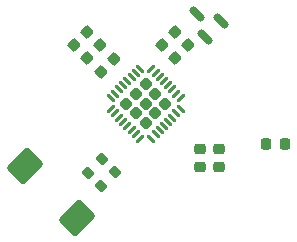
<source format=gbr>
%TF.GenerationSoftware,KiCad,Pcbnew,9.0.5*%
%TF.CreationDate,2025-12-02T23:56:59+01:00*%
%TF.ProjectId,D1,44312e6b-6963-4616-945f-706362585858,rev?*%
%TF.SameCoordinates,Original*%
%TF.FileFunction,Paste,Bot*%
%TF.FilePolarity,Positive*%
%FSLAX46Y46*%
G04 Gerber Fmt 4.6, Leading zero omitted, Abs format (unit mm)*
G04 Created by KiCad (PCBNEW 9.0.5) date 2025-12-02 23:56:59*
%MOMM*%
%LPD*%
G01*
G04 APERTURE LIST*
G04 Aperture macros list*
%AMRoundRect*
0 Rectangle with rounded corners*
0 $1 Rounding radius*
0 $2 $3 $4 $5 $6 $7 $8 $9 X,Y pos of 4 corners*
0 Add a 4 corners polygon primitive as box body*
4,1,4,$2,$3,$4,$5,$6,$7,$8,$9,$2,$3,0*
0 Add four circle primitives for the rounded corners*
1,1,$1+$1,$2,$3*
1,1,$1+$1,$4,$5*
1,1,$1+$1,$6,$7*
1,1,$1+$1,$8,$9*
0 Add four rect primitives between the rounded corners*
20,1,$1+$1,$2,$3,$4,$5,0*
20,1,$1+$1,$4,$5,$6,$7,0*
20,1,$1+$1,$6,$7,$8,$9,0*
20,1,$1+$1,$8,$9,$2,$3,0*%
G04 Aperture macros list end*
%ADD10RoundRect,0.225000X0.017678X-0.335876X0.335876X-0.017678X-0.017678X0.335876X-0.335876X0.017678X0*%
%ADD11RoundRect,0.225000X0.250000X-0.225000X0.250000X0.225000X-0.250000X0.225000X-0.250000X-0.225000X0*%
%ADD12RoundRect,0.150000X0.521491X-0.309359X-0.309359X0.521491X-0.521491X0.309359X0.309359X-0.521491X0*%
%ADD13RoundRect,0.225000X0.335876X0.017678X0.017678X0.335876X-0.335876X-0.017678X-0.017678X-0.335876X0*%
%ADD14RoundRect,0.232500X0.000000X0.328805X-0.328805X0.000000X0.000000X-0.328805X0.328805X0.000000X0*%
%ADD15RoundRect,0.062500X0.220971X0.309359X-0.309359X-0.220971X-0.220971X-0.309359X0.309359X0.220971X0*%
%ADD16RoundRect,0.062500X-0.220971X0.309359X-0.309359X0.220971X0.220971X-0.309359X0.309359X-0.220971X0*%
%ADD17RoundRect,0.250000X1.281631X0.167938X0.167938X1.281631X-1.281631X-0.167938X-0.167938X-1.281631X0*%
%ADD18RoundRect,0.200000X0.053033X-0.335876X0.335876X-0.053033X-0.053033X0.335876X-0.335876X0.053033X0*%
%ADD19RoundRect,0.225000X0.225000X0.250000X-0.225000X0.250000X-0.225000X-0.250000X0.225000X-0.250000X0*%
G04 APERTURE END LIST*
D10*
%TO.C,L1*%
X86251992Y-67348008D03*
X87348008Y-66251992D03*
%TD*%
D11*
%TO.C,C6*%
X94600000Y-75375000D03*
X94600000Y-73825000D03*
%TD*%
D12*
%TO.C,U1*%
X96384664Y-63041161D03*
X95041161Y-64384664D03*
X94387087Y-62387087D03*
%TD*%
D11*
%TO.C,C2*%
X96200000Y-75375000D03*
X96200000Y-73825000D03*
%TD*%
D13*
%TO.C,C7*%
X85048008Y-66148008D03*
X83951992Y-65051992D03*
%TD*%
D14*
%TO.C,U4*%
X91626346Y-70000000D03*
X90813173Y-69186827D03*
X90000000Y-68373654D03*
X90813173Y-70813173D03*
X90000000Y-70000000D03*
X89186827Y-69186827D03*
X90000000Y-71626346D03*
X89186827Y-70813173D03*
X88373654Y-70000000D03*
D15*
X90486136Y-67038990D03*
X90839689Y-67392544D03*
X91193243Y-67746097D03*
X91546796Y-68099651D03*
X91900349Y-68453204D03*
X92253903Y-68806757D03*
X92607456Y-69160311D03*
X92961010Y-69513864D03*
D16*
X92961010Y-70486136D03*
X92607456Y-70839689D03*
X92253903Y-71193243D03*
X91900349Y-71546796D03*
X91546796Y-71900349D03*
X91193243Y-72253903D03*
X90839689Y-72607456D03*
X90486136Y-72961010D03*
D15*
X89513864Y-72961010D03*
X89160311Y-72607456D03*
X88806757Y-72253903D03*
X88453204Y-71900349D03*
X88099651Y-71546796D03*
X87746097Y-71193243D03*
X87392544Y-70839689D03*
X87038990Y-70486136D03*
D16*
X87038990Y-69513864D03*
X87392544Y-69160311D03*
X87746097Y-68806757D03*
X88099651Y-68453204D03*
X88453204Y-68099651D03*
X88806757Y-67746097D03*
X89160311Y-67392544D03*
X89513864Y-67038990D03*
%TD*%
D13*
%TO.C,C8*%
X86148008Y-65048008D03*
X85051992Y-63951992D03*
%TD*%
%TO.C,C9*%
X92448008Y-66148008D03*
X91351992Y-65051992D03*
%TD*%
D17*
%TO.C,C4*%
X84200870Y-79700870D03*
X79799130Y-75299130D03*
%TD*%
D18*
%TO.C,R2*%
X86216637Y-76983363D03*
X87383363Y-75816637D03*
%TD*%
%TO.C,R3*%
X85116637Y-75883363D03*
X86283363Y-74716637D03*
%TD*%
D19*
%TO.C,C3*%
X101775000Y-73400000D03*
X100225000Y-73400000D03*
%TD*%
D13*
%TO.C,C1*%
X93548008Y-65048008D03*
X92451992Y-63951992D03*
%TD*%
M02*

</source>
